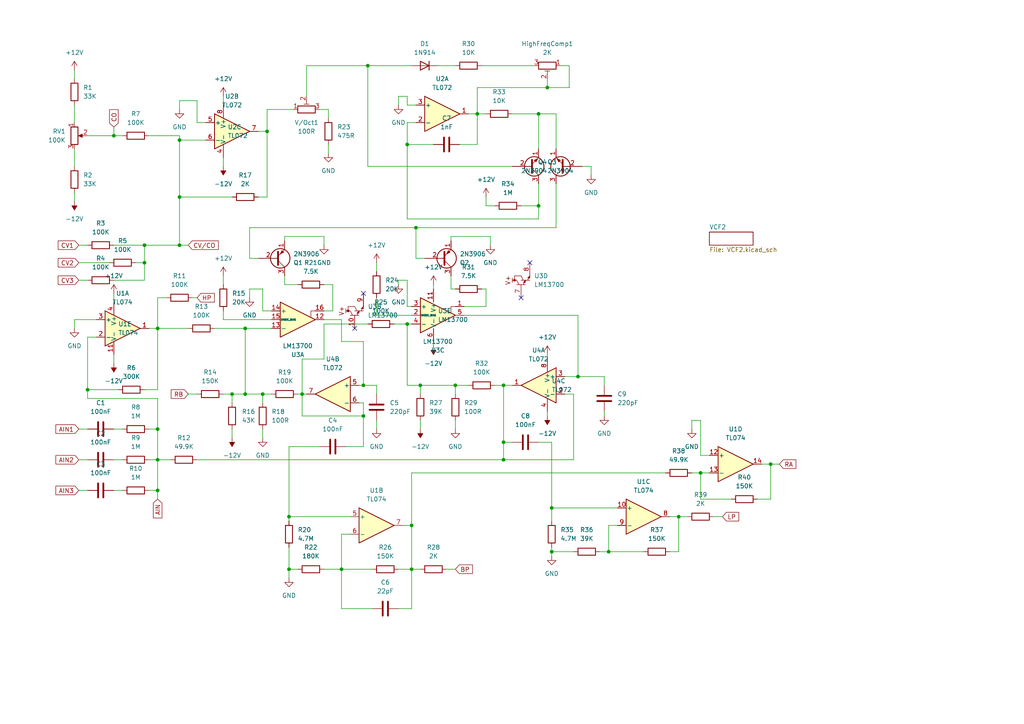
<source format=kicad_sch>
(kicad_sch (version 20230121) (generator eeschema)
  (paper "A4")
  (lib_symbols
    (symbol "Amplifier_Operational:LM13700" (pin_names (offset 0.127))
      (property "Reference" "U" (at 3.81 5.08 0))
      (property "Value" "LM13700" (at 5.08 -5.08 0))
      (symbol "LM13700_1_1"
        (pin output line (at 7.62 0 180) (length 2.54) (name "~") (number "12"))
        (pin input line (at -7.62 2.54 0) (length 2.54) (name "-") (number "13"))
        (pin input line (at -7.62 -2.54 0) (length 2.54) (name "+") (number "14"))
        (pin input line (at -7.62 0 0) (length 2.54) (name "DIODE_BIAS") (number "15"))
        (pin input line (at 7.62 -2.54 180) (length 2.54) (name "~") (number "16"))
      )
      (symbol "LM13700_2_1"
        (text "V+" (at -2.54 3.81 0) (effects (font (size 1.27 1.27))))
        (pin input line (at -7.62 0 0) (length 3.81) (name "~") (number "10"))
        (pin output line (at 2.54 -2.54 180) (length 3.81) (name "~") (number "9"))
      )
      (symbol "LM13700_3_1"
        (pin input line (at 7.62 -2.54 180) (length 2.54) (name "~") (number "1"))
        (pin input line (at -7.62 0 0) (length 2.54) (name "DIODE_BIAS") (number "2"))
        (pin input line (at -7.62 -2.54 0) (length 2.54) (name "+") (number "3"))
        (pin input line (at -7.62 2.54 0) (length 2.54) (name "-") (number "4"))
        (pin output line (at 7.62 0 180) (length 2.54) (name "~") (number "5"))
      )
      (symbol "LM13700_4_0"
        (text "V+" (at -2.54 3.81 0) (effects (font (size 1.27 1.27))))
      )
      (symbol "LM13700_4_1"
        (pin input line (at -7.62 0 0) (length 3.81) (name "~") (number "7"))
        (pin output line (at 2.54 -2.54 180) (length 3.81) (name "~") (number "8"))
      )
      (symbol "LM13700_5_1"
        (pin power_in line (at -2.54 7.62 270) (length 3.81) (name "V+") (number "11"))
        (pin power_in line (at -2.54 -7.62 90) (length 3.81) (name "V-") (number "6"))
      )
    )
    (symbol "Amplifier_Operational:TL072" (pin_names (offset 0.127))
      (property "Reference" "U" (at 0 5.08 0))
      (property "Value" "TL072" (at 0 -5.08 0))
      (symbol "TL072_1_1"
        (pin output line (at 7.62 0 180) (length 2.54) (name "~") (number "1"))
        (pin input line (at -7.62 -2.54 0) (length 2.54) (name "-") (number "2"))
        (pin input line (at -7.62 2.54 0) (length 2.54) (name "+") (number "3"))
      )
      (symbol "TL072_2_1"
        (pin input line (at -7.62 2.54 0) (length 2.54) (name "+") (number "5"))
        (pin input line (at -7.62 -2.54 0) (length 2.54) (name "-") (number "6"))
        (pin output line (at 7.62 0 180) (length 2.54) (name "~") (number "7"))
      )
      (symbol "TL072_3_1"
        (pin power_in line (at -2.54 -7.62 90) (length 3.81) (name "V-") (number "4"))
        (pin power_in line (at -2.54 7.62 270) (length 3.81) (name "V+") (number "8"))
      )
    )
    (symbol "Amplifier_Operational:TL074" (pin_names (offset 0.127))
      (property "Reference" "U" (at 0 5.08 0))
      (property "Value" "TL074" (at 0 -5.08 0))
      (symbol "TL074_1_1"
        (pin output line (at 7.62 0 180) (length 2.54) (name "~") (number "1"))
        (pin input line (at -7.62 -2.54 0) (length 2.54) (name "-") (number "2"))
        (pin input line (at -7.62 2.54 0) (length 2.54) (name "+") (number "3"))
      )
      (symbol "TL074_2_1"
        (pin input line (at -7.62 2.54 0) (length 2.54) (name "+") (number "5"))
        (pin input line (at -7.62 -2.54 0) (length 2.54) (name "-") (number "6"))
        (pin output line (at 7.62 0 180) (length 2.54) (name "~") (number "7"))
      )
      (symbol "TL074_3_1"
        (pin input line (at -7.62 2.54 0) (length 2.54) (name "+") (number "10"))
        (pin output line (at 7.62 0 180) (length 2.54) (name "~") (number "8"))
        (pin input line (at -7.62 -2.54 0) (length 2.54) (name "-") (number "9"))
      )
      (symbol "TL074_4_1"
        (pin input line (at -7.62 2.54 0) (length 2.54) (name "+") (number "12"))
        (pin input line (at -7.62 -2.54 0) (length 2.54) (name "-") (number "13"))
        (pin output line (at 7.62 0 180) (length 2.54) (name "~") (number "14"))
      )
      (symbol "TL074_5_1"
        (pin power_in line (at -2.54 -7.62 90) (length 3.81) (name "V-") (number "11"))
        (pin power_in line (at -2.54 7.62 270) (length 3.81) (name "V+") (number "4"))
      )
    )
    (symbol "Device:C" (pin_numbers hide) (pin_names (offset 0.254))
      (property "Reference" "C" (at 0.635 2.54 0))
      (property "Value" "C" (at 0.635 -2.54 0))
      (symbol "C_1_1"
        (pin passive line (at 0 3.81 270) (length 2.794) (name "~") (number "1"))
        (pin passive line (at 0 -3.81 90) (length 2.794) (name "~") (number "2"))
      )
    )
    (symbol "Device:R" (pin_numbers hide) (pin_names (offset 0))
      (property "Reference" "R" (at 2.032 0 90))
      (property "Value" "R" (at 0 0 90))
      (symbol "R_1_1"
        (pin passive line (at 0 3.81 270) (length 1.27) (name "~") (number "1"))
        (pin passive line (at 0 -3.81 90) (length 1.27) (name "~") (number "2"))
      )
    )
    (symbol "Device:R_Potentiometer" (pin_names (offset 1.016) hide)
      (property "Reference" "RV" (at -4.445 0 90))
      (property "Value" "R_Potentiometer" (at -2.54 0 90))
      (symbol "R_Potentiometer_1_1"
        (pin passive line (at 0 3.81 270) (length 1.27) (name "1") (number "1"))
        (pin passive line (at 3.81 0 180) (length 1.27) (name "2") (number "2"))
        (pin passive line (at 0 -3.81 90) (length 1.27) (name "3") (number "3"))
      )
    )
    (symbol "Device:R_Potentiometer_Trim" (pin_names (offset 1.016) hide)
      (property "Reference" "RV" (at -4.445 0 90))
      (property "Value" "R_Potentiometer_Trim" (at -2.54 0 90))
      (symbol "R_Potentiometer_Trim_1_1"
        (pin passive line (at 0 3.81 270) (length 1.27) (name "1") (number "1"))
        (pin passive line (at 3.81 0 180) (length 1.27) (name "2") (number "2"))
        (pin passive line (at 0 -3.81 90) (length 1.27) (name "3") (number "3"))
      )
    )
    (symbol "Diode:1N914" (pin_numbers hide) (pin_names hide)
      (property "Reference" "D" (at 0 2.54 0))
      (property "Value" "1N914" (at 0 -2.54 0))
      (symbol "1N914_1_1"
        (pin passive line (at -3.81 0 0) (length 2.54) (name "K") (number "1"))
        (pin passive line (at 3.81 0 180) (length 2.54) (name "A") (number "2"))
      )
    )
    (symbol "Transistor_BJT:2N3904" (pin_names (offset 0) hide)
      (property "Reference" "Q" (at 5.08 1.905 0))
      (property "Value" "2N3904" (at 5.08 0 0))
      (symbol "2N3904_1_1"
        (pin passive line (at 2.54 -5.08 90) (length 2.54) (name "E") (number "1"))
        (pin passive line (at -5.08 0 0) (length 5.715) (name "B") (number "2"))
        (pin passive line (at 2.54 5.08 270) (length 2.54) (name "C") (number "3"))
      )
    )
    (symbol "Transistor_BJT:2N3906" (pin_names (offset 0) hide)
      (property "Reference" "Q" (at 5.08 1.905 0))
      (property "Value" "2N3906" (at 5.08 0 0))
      (symbol "2N3906_1_1"
        (pin passive line (at 2.54 -5.08 90) (length 2.54) (name "E") (number "1"))
        (pin input line (at -5.08 0 0) (length 5.715) (name "B") (number "2"))
        (pin passive line (at 2.54 5.08 270) (length 2.54) (name "C") (number "3"))
      )
    )
    (symbol "power:+12V" (power) (pin_names (offset 0))
      (property "Value" "+12V" (at 0 3.556 0))
      (symbol "+12V_1_1"
        (pin power_in line (at 0 0 90) (length 0) hide (name "+12V") (number "1"))
      )
    )
    (symbol "power:-12V" (power) (pin_names (offset 0))
      (property "Value" "-12V" (at 0 3.81 0))
      (symbol "-12V_0_0"
        (pin power_in line (at 0 0 90) (length 0) hide (name "-12V") (number "1"))
      )
    )
    (symbol "power:GND" (power) (pin_names (offset 0))
      (property "Value" "GND" (at 0 -3.81 0))
      (symbol "GND_1_1"
        (pin power_in line (at 0 0 270) (length 0) hide (name "GND") (number "1"))
      )
    )
  )
  (junction (at 158.75 25.4))
  (junction (at 76.2 114.3))
  (junction (at 52.07 71.12))
  (junction (at 41.91 76.2))
  (junction (at 41.91 71.12))
  (junction (at 160.02 160.02))
  (junction (at 45.72 133.35))
  (junction (at 138.43 33.02))
  (junction (at 67.31 114.3))
  (junction (at 77.47 38.1))
  (junction (at 45.72 142.24))
  (junction (at 120.65 66.04))
  (junction (at 106.68 19.05))
  (junction (at 25.4 113.03))
  (junction (at 71.12 95.25))
  (junction (at 33.02 39.37))
  (junction (at 156.21 59.69))
  (junction (at 83.82 165.1))
  (junction (at 105.41 111.76))
  (junction (at 71.12 114.3))
  (junction (at 45.72 124.46))
  (junction (at 146.05 111.76))
  (junction (at 105.41 120.65))
  (junction (at 160.02 147.32))
  (junction (at 203.2 137.16))
  (junction (at 99.06 165.1))
  (junction (at 223.52 134.62))
  (junction (at 118.11 41.91))
  (junction (at 119.38 152.4))
  (junction (at 119.38 165.1))
  (junction (at 167.64 109.22))
  (junction (at 146.05 133.35))
  (junction (at 45.72 95.25))
  (junction (at 132.08 111.76))
  (junction (at 176.53 160.02))
  (junction (at 87.63 114.3))
  (junction (at 156.21 33.02))
  (junction (at 83.82 149.86))
  (junction (at 52.07 57.15))
  (junction (at 121.92 111.76))
  (junction (at 118.11 93.98))
  (junction (at 52.07 40.64))
  (junction (at 146.05 128.27))
  (junction (at 196.85 149.86))
  (no_connect (at 105.41 85.09))
  (no_connect (at 151.13 86.36))
  (no_connect (at 102.87 95.25))
  (no_connect (at 153.67 76.2))
  (wire (pts (xy 118.11 30.48) (xy 118.11 27.94)))
  (wire (pts (xy 45.72 133.35) (xy 49.53 133.35)))
  (wire (pts (xy 134.62 91.44) (xy 167.64 91.44)))
  (wire (pts (xy 33.02 124.46) (xy 35.56 124.46)))
  (wire (pts (xy 118.11 41.91) (xy 125.73 41.91)))
  (wire (pts (xy 118.11 88.9) (xy 118.11 81.28)))
  (wire (pts (xy 203.2 121.92) (xy 200.66 121.92)))
  (wire (pts (xy 179.07 152.4) (xy 176.53 152.4)))
  (wire (pts (xy 48.26 86.36) (xy 45.72 86.36)))
  (wire (pts (xy 132.08 111.76) (xy 132.08 114.3)))
  (wire (pts (xy 93.98 93.98) (xy 93.98 104.14)))
  (wire (pts (xy 64.77 114.3) (xy 67.31 114.3)))
  (wire (pts (xy 83.82 129.54) (xy 83.82 149.86)))
  (wire (pts (xy 118.11 81.28) (xy 115.57 81.28)))
  (wire (pts (xy 118.11 27.94) (xy 115.57 27.94)))
  (wire (pts (xy 151.13 59.69) (xy 156.21 59.69)))
  (wire (pts (xy 132.08 121.92) (xy 132.08 124.46)))
  (wire (pts (xy 101.6 154.94) (xy 99.06 154.94)))
  (wire (pts (xy 76.2 90.17) (xy 76.2 83.82)))
  (wire (pts (xy 96.52 82.55) (xy 96.52 90.17)))
  (wire (pts (xy 22.86 124.46) (xy 25.4 124.46)))
  (wire (pts (xy 207.01 149.86) (xy 209.55 149.86)))
  (wire (pts (xy 166.37 133.35) (xy 166.37 114.3)))
  (wire (pts (xy 88.9 27.94) (xy 88.9 19.05)))
  (wire (pts (xy 93.98 104.14) (xy 87.63 104.14)))
  (wire (pts (xy 109.22 121.92) (xy 109.22 124.46)))
  (wire (pts (xy 160.02 160.02) (xy 166.37 160.02)))
  (wire (pts (xy 72.39 83.82) (xy 72.39 86.36)))
  (wire (pts (xy 25.4 97.79) (xy 25.4 113.03)))
  (wire (pts (xy 160.02 147.32) (xy 160.02 128.27)))
  (wire (pts (xy 92.71 31.75) (xy 95.25 31.75)))
  (wire (pts (xy 105.41 99.06) (xy 105.41 111.76)))
  (wire (pts (xy 33.02 102.87) (xy 33.02 105.41)))
  (wire (pts (xy 105.41 120.65) (xy 87.63 120.65)))
  (wire (pts (xy 67.31 57.15) (xy 52.07 57.15)))
  (wire (pts (xy 146.05 111.76) (xy 148.59 111.76)))
  (wire (pts (xy 160.02 147.32) (xy 179.07 147.32)))
  (wire (pts (xy 114.3 93.98) (xy 118.11 93.98)))
  (wire (pts (xy 143.51 59.69) (xy 140.97 59.69)))
  (wire (pts (xy 130.81 83.82) (xy 132.08 83.82)))
  (wire (pts (xy 109.22 86.36) (xy 109.22 91.44)))
  (wire (pts (xy 119.38 152.4) (xy 116.84 152.4)))
  (wire (pts (xy 67.31 114.3) (xy 71.12 114.3)))
  (wire (pts (xy 82.55 82.55) (xy 86.36 82.55)))
  (wire (pts (xy 87.63 120.65) (xy 87.63 114.3)))
  (wire (pts (xy 71.12 114.3) (xy 76.2 114.3)))
  (wire (pts (xy 140.97 88.9) (xy 134.62 88.9)))
  (wire (pts (xy 160.02 158.75) (xy 160.02 160.02)))
  (wire (pts (xy 175.26 109.22) (xy 175.26 111.76)))
  (wire (pts (xy 33.02 71.12) (xy 41.91 71.12)))
  (wire (pts (xy 160.02 151.13) (xy 160.02 147.32)))
  (wire (pts (xy 52.07 57.15) (xy 52.07 71.12)))
  (wire (pts (xy 99.06 176.53) (xy 107.95 176.53)))
  (wire (pts (xy 45.72 115.57) (xy 25.4 115.57)))
  (wire (pts (xy 125.73 82.55) (xy 125.73 83.82)))
  (wire (pts (xy 93.98 82.55) (xy 96.52 82.55)))
  (wire (pts (xy 121.92 121.92) (xy 121.92 124.46)))
  (wire (pts (xy 161.29 66.04) (xy 120.65 66.04)))
  (wire (pts (xy 64.77 80.01) (xy 64.77 82.55)))
  (wire (pts (xy 33.02 36.83) (xy 33.02 39.37)))
  (wire (pts (xy 158.75 119.38) (xy 158.75 120.65)))
  (wire (pts (xy 119.38 165.1) (xy 119.38 152.4)))
  (wire (pts (xy 41.91 81.28) (xy 33.02 81.28)))
  (wire (pts (xy 25.4 39.37) (xy 33.02 39.37)))
  (wire (pts (xy 99.06 99.06) (xy 105.41 99.06)))
  (wire (pts (xy 120.65 66.04) (xy 120.65 74.93)))
  (wire (pts (xy 57.15 35.56) (xy 59.69 35.56)))
  (wire (pts (xy 52.07 71.12) (xy 41.91 71.12)))
  (wire (pts (xy 71.12 95.25) (xy 78.74 95.25)))
  (wire (pts (xy 67.31 114.3) (xy 67.31 116.84)))
  (wire (pts (xy 105.41 129.54) (xy 105.41 120.65)))
  (wire (pts (xy 163.83 109.22) (xy 167.64 109.22)))
  (wire (pts (xy 76.2 83.82) (xy 72.39 83.82)))
  (wire (pts (xy 87.63 114.3) (xy 88.9 114.3)))
  (wire (pts (xy 115.57 27.94) (xy 115.57 30.48)))
  (wire (pts (xy 85.09 31.75) (xy 77.47 31.75)))
  (wire (pts (xy 127 19.05) (xy 132.08 19.05)))
  (wire (pts (xy 64.77 45.72) (xy 64.77 48.26)))
  (wire (pts (xy 77.47 38.1) (xy 77.47 57.15)))
  (wire (pts (xy 78.74 90.17) (xy 76.2 90.17)))
  (wire (pts (xy 223.52 134.62) (xy 226.06 134.62)))
  (wire (pts (xy 41.91 76.2) (xy 41.91 81.28)))
  (wire (pts (xy 109.22 76.2) (xy 109.22 78.74)))
  (wire (pts (xy 83.82 158.75) (xy 83.82 165.1)))
  (wire (pts (xy 166.37 114.3) (xy 163.83 114.3)))
  (wire (pts (xy 106.68 19.05) (xy 119.38 19.05)))
  (wire (pts (xy 176.53 160.02) (xy 186.69 160.02)))
  (wire (pts (xy 43.18 124.46) (xy 45.72 124.46)))
  (wire (pts (xy 92.71 129.54) (xy 83.82 129.54)))
  (wire (pts (xy 45.72 95.25) (xy 54.61 95.25)))
  (wire (pts (xy 72.39 74.93) (xy 74.93 74.93)))
  (wire (pts (xy 22.86 133.35) (xy 25.4 133.35)))
  (wire (pts (xy 168.91 48.26) (xy 171.45 48.26)))
  (wire (pts (xy 133.35 41.91) (xy 138.43 41.91)))
  (wire (pts (xy 55.88 86.36) (xy 57.15 86.36)))
  (wire (pts (xy 87.63 104.14) (xy 87.63 114.3)))
  (wire (pts (xy 78.74 114.3) (xy 76.2 114.3)))
  (wire (pts (xy 43.18 142.24) (xy 45.72 142.24)))
  (wire (pts (xy 105.41 111.76) (xy 104.14 111.76)))
  (wire (pts (xy 83.82 165.1) (xy 83.82 167.64)))
  (wire (pts (xy 158.75 25.4) (xy 158.75 22.86)))
  (wire (pts (xy 194.31 160.02) (xy 196.85 160.02)))
  (wire (pts (xy 130.81 68.58) (xy 130.81 69.85)))
  (wire (pts (xy 54.61 114.3) (xy 57.15 114.3)))
  (wire (pts (xy 205.74 132.08) (xy 203.2 132.08)))
  (wire (pts (xy 119.38 165.1) (xy 121.92 165.1)))
  (wire (pts (xy 200.66 137.16) (xy 203.2 137.16)))
  (wire (pts (xy 130.81 80.01) (xy 130.81 83.82)))
  (wire (pts (xy 148.59 48.26) (xy 106.68 48.26)))
  (wire (pts (xy 121.92 111.76) (xy 118.11 111.76)))
  (wire (pts (xy 95.25 41.91) (xy 95.25 44.45)))
  (wire (pts (xy 106.68 48.26) (xy 106.68 19.05)))
  (wire (pts (xy 142.24 71.12) (xy 142.24 68.58)))
  (wire (pts (xy 118.11 93.98) (xy 119.38 93.98)))
  (wire (pts (xy 86.36 165.1) (xy 83.82 165.1)))
  (wire (pts (xy 175.26 119.38) (xy 175.26 120.65)))
  (wire (pts (xy 115.57 176.53) (xy 119.38 176.53)))
  (wire (pts (xy 21.59 58.42) (xy 21.59 55.88)))
  (wire (pts (xy 194.31 149.86) (xy 196.85 149.86)))
  (wire (pts (xy 146.05 128.27) (xy 146.05 111.76)))
  (wire (pts (xy 140.97 83.82) (xy 140.97 88.9)))
  (wire (pts (xy 160.02 160.02) (xy 160.02 161.29)))
  (wire (pts (xy 119.38 137.16) (xy 119.38 152.4)))
  (wire (pts (xy 45.72 142.24) (xy 45.72 144.78)))
  (wire (pts (xy 21.59 43.18) (xy 21.59 48.26)))
  (wire (pts (xy 76.2 114.3) (xy 76.2 116.84)))
  (wire (pts (xy 41.91 71.12) (xy 41.91 76.2)))
  (wire (pts (xy 132.08 111.76) (xy 121.92 111.76)))
  (wire (pts (xy 88.9 19.05) (xy 106.68 19.05)))
  (wire (pts (xy 76.2 124.46) (xy 76.2 127)))
  (wire (pts (xy 173.99 160.02) (xy 176.53 160.02)))
  (wire (pts (xy 22.86 142.24) (xy 25.4 142.24)))
  (wire (pts (xy 86.36 114.3) (xy 87.63 114.3)))
  (wire (pts (xy 143.51 111.76) (xy 146.05 111.76)))
  (wire (pts (xy 93.98 71.12) (xy 93.98 68.58)))
  (wire (pts (xy 39.37 76.2) (xy 41.91 76.2)))
  (wire (pts (xy 156.21 63.5) (xy 118.11 63.5)))
  (wire (pts (xy 22.86 76.2) (xy 31.75 76.2)))
  (wire (pts (xy 165.1 19.05) (xy 165.1 25.4)))
  (wire (pts (xy 165.1 25.4) (xy 158.75 25.4)))
  (wire (pts (xy 120.65 30.48) (xy 118.11 30.48)))
  (wire (pts (xy 21.59 20.32) (xy 21.59 22.86)))
  (wire (pts (xy 45.72 95.25) (xy 43.18 95.25)))
  (wire (pts (xy 82.55 68.58) (xy 82.55 69.85)))
  (wire (pts (xy 156.21 33.02) (xy 148.59 33.02)))
  (wire (pts (xy 156.21 53.34) (xy 156.21 59.69)))
  (wire (pts (xy 129.54 165.1) (xy 132.08 165.1)))
  (wire (pts (xy 27.94 92.71) (xy 21.59 92.71)))
  (wire (pts (xy 99.06 165.1) (xy 99.06 176.53)))
  (wire (pts (xy 125.73 99.06) (xy 125.73 100.33)))
  (wire (pts (xy 156.21 59.69) (xy 156.21 63.5)))
  (wire (pts (xy 156.21 33.02) (xy 156.21 43.18)))
  (wire (pts (xy 115.57 81.28) (xy 115.57 82.55)))
  (wire (pts (xy 176.53 152.4) (xy 176.53 160.02)))
  (wire (pts (xy 99.06 165.1) (xy 107.95 165.1)))
  (wire (pts (xy 45.72 113.03) (xy 45.72 95.25)))
  (wire (pts (xy 138.43 41.91) (xy 138.43 33.02)))
  (wire (pts (xy 223.52 144.78) (xy 223.52 134.62)))
  (wire (pts (xy 203.2 137.16) (xy 205.74 137.16)))
  (wire (pts (xy 167.64 91.44) (xy 167.64 109.22)))
  (wire (pts (xy 100.33 129.54) (xy 105.41 129.54)))
  (wire (pts (xy 72.39 66.04) (xy 72.39 74.93)))
  (wire (pts (xy 45.72 142.24) (xy 45.72 133.35)))
  (wire (pts (xy 138.43 25.4) (xy 138.43 33.02)))
  (wire (pts (xy 57.15 29.21) (xy 52.07 29.21)))
  (wire (pts (xy 57.15 35.56) (xy 57.15 29.21)))
  (wire (pts (xy 167.64 109.22) (xy 175.26 109.22)))
  (wire (pts (xy 146.05 133.35) (xy 166.37 133.35)))
  (wire (pts (xy 120.65 35.56) (xy 118.11 35.56)))
  (wire (pts (xy 45.72 133.35) (xy 45.72 124.46)))
  (wire (pts (xy 52.07 29.21) (xy 52.07 31.75)))
  (wire (pts (xy 104.14 116.84) (xy 105.41 116.84)))
  (wire (pts (xy 74.93 38.1) (xy 77.47 38.1)))
  (wire (pts (xy 21.59 30.48) (xy 21.59 35.56)))
  (wire (pts (xy 64.77 27.94) (xy 64.77 30.48)))
  (wire (pts (xy 27.94 97.79) (xy 25.4 97.79)))
  (wire (pts (xy 105.41 111.76) (xy 109.22 111.76)))
  (wire (pts (xy 161.29 53.34) (xy 161.29 66.04)))
  (wire (pts (xy 203.2 132.08) (xy 203.2 121.92)))
  (wire (pts (xy 109.22 114.3) (xy 109.22 111.76)))
  (wire (pts (xy 57.15 133.35) (xy 146.05 133.35)))
  (wire (pts (xy 123.19 74.93) (xy 120.65 74.93)))
  (wire (pts (xy 62.23 95.25) (xy 71.12 95.25)))
  (wire (pts (xy 118.11 111.76) (xy 118.11 93.98)))
  (wire (pts (xy 83.82 149.86) (xy 101.6 149.86)))
  (wire (pts (xy 115.57 165.1) (xy 119.38 165.1)))
  (wire (pts (xy 52.07 40.64) (xy 59.69 40.64)))
  (wire (pts (xy 64.77 92.71) (xy 64.77 90.17)))
  (wire (pts (xy 22.86 71.12) (xy 25.4 71.12)))
  (wire (pts (xy 146.05 128.27) (xy 146.05 133.35)))
  (wire (pts (xy 118.11 35.56) (xy 118.11 41.91)))
  (wire (pts (xy 160.02 128.27) (xy 156.21 128.27)))
  (wire (pts (xy 45.72 86.36) (xy 45.72 95.25)))
  (wire (pts (xy 77.47 57.15) (xy 74.93 57.15)))
  (wire (pts (xy 138.43 33.02) (xy 135.89 33.02)))
  (wire (pts (xy 158.75 102.87) (xy 158.75 104.14)))
  (wire (pts (xy 43.18 39.37) (xy 52.07 39.37)))
  (wire (pts (xy 119.38 88.9) (xy 118.11 88.9)))
  (wire (pts (xy 105.41 116.84) (xy 105.41 120.65)))
  (wire (pts (xy 106.68 93.98) (xy 93.98 93.98)))
  (wire (pts (xy 52.07 40.64) (xy 52.07 57.15)))
  (wire (pts (xy 203.2 144.78) (xy 203.2 137.16)))
  (wire (pts (xy 33.02 142.24) (xy 35.56 142.24)))
  (wire (pts (xy 99.06 154.94) (xy 99.06 165.1)))
  (wire (pts (xy 119.38 176.53) (xy 119.38 165.1)))
  (wire (pts (xy 196.85 149.86) (xy 199.39 149.86)))
  (wire (pts (xy 33.02 39.37) (xy 35.56 39.37)))
  (wire (pts (xy 22.86 81.28) (xy 25.4 81.28)))
  (wire (pts (xy 95.25 31.75) (xy 95.25 34.29)))
  (wire (pts (xy 77.47 31.75) (xy 77.47 38.1)))
  (wire (pts (xy 139.7 83.82) (xy 140.97 83.82)))
  (wire (pts (xy 71.12 95.25) (xy 71.12 114.3)))
  (wire (pts (xy 33.02 85.09) (xy 33.02 87.63)))
  (wire (pts (xy 67.31 124.46) (xy 67.31 127)))
  (wire (pts (xy 41.91 113.03) (xy 45.72 113.03)))
  (wire (pts (xy 25.4 113.03) (xy 34.29 113.03)))
  (wire (pts (xy 220.98 134.62) (xy 223.52 134.62)))
  (wire (pts (xy 82.55 80.01) (xy 82.55 82.55)))
  (wire (pts (xy 52.07 71.12) (xy 54.61 71.12)))
  (wire (pts (xy 120.65 66.04) (xy 72.39 66.04)))
  (wire (pts (xy 138.43 33.02) (xy 140.97 33.02)))
  (wire (pts (xy 158.75 25.4) (xy 138.43 25.4)))
  (wire (pts (xy 52.07 39.37) (xy 52.07 40.64)))
  (wire (pts (xy 135.89 111.76) (xy 132.08 111.76)))
  (wire (pts (xy 78.74 92.71) (xy 64.77 92.71)))
  (wire (pts (xy 171.45 48.26) (xy 171.45 50.8)))
  (wire (pts (xy 161.29 33.02) (xy 156.21 33.02)))
  (wire (pts (xy 140.97 59.69) (xy 140.97 57.15)))
  (wire (pts (xy 33.02 133.35) (xy 35.56 133.35)))
  (wire (pts (xy 219.71 144.78) (xy 223.52 144.78)))
  (wire (pts (xy 212.09 144.78) (xy 203.2 144.78)))
  (wire (pts (xy 196.85 160.02) (xy 196.85 149.86)))
  (wire (pts (xy 121.92 111.76) (xy 121.92 114.3)))
  (wire (pts (xy 43.18 133.35) (xy 45.72 133.35)))
  (wire (pts (xy 96.52 90.17) (xy 93.98 90.17)))
  (wire (pts (xy 162.56 19.05) (xy 165.1 19.05)))
  (wire (pts (xy 25.4 115.57) (xy 25.4 113.03)))
  (wire (pts (xy 139.7 19.05) (xy 154.94 19.05)))
  (wire (pts (xy 21.59 92.71) (xy 21.59 95.25)))
  (wire (pts (xy 148.59 128.27) (xy 146.05 128.27)))
  (wire (pts (xy 142.24 68.58) (xy 130.81 68.58)))
  (wire (pts (xy 118.11 63.5) (xy 118.11 41.91)))
  (wire (pts (xy 200.66 121.92) (xy 200.66 124.46)))
  (wire (pts (xy 93.98 92.71) (xy 99.06 92.71)))
  (wire (pts (xy 193.04 137.16) (xy 119.38 137.16)))
  (wire (pts (xy 93.98 165.1) (xy 99.06 165.1)))
  (wire (pts (xy 93.98 68.58) (xy 82.55 68.58)))
  (wire (pts (xy 99.06 92.71) (xy 99.06 99.06)))
  (wire (pts (xy 83.82 149.86) (xy 83.82 151.13)))
  (wire (pts (xy 161.29 43.18) (xy 161.29 33.02)))
  (wire (pts (xy 109.22 91.44) (xy 119.38 91.44)))
  (wire (pts (xy 45.72 124.46) (xy 45.72 115.57)))
  (global_label "HP" (shape input) (at 57.15 86.36 0) (property "Intersheetrefs" "${INTERSHEET_REFS}" (effects hide)))
  (global_label "AIN" (shape input) (at 45.72 144.78 270) (property "Intersheetrefs" "${INTERSHEET_REFS}" (effects hide)))
  (global_label "BP" (shape input) (at 132.08 165.1 0) (property "Intersheetrefs" "${INTERSHEET_REFS}" (effects hide)))
  (global_label "CV3" (shape input) (at 22.86 81.28 180) (property "Intersheetrefs" "${INTERSHEET_REFS}" (effects hide)))
  (global_label "CV1" (shape input) (at 22.86 71.12 180) (property "Intersheetrefs" "${INTERSHEET_REFS}" (effects hide)))
  (global_label "CO" (shape input) (at 33.02 36.83 90) (property "Intersheetrefs" "${INTERSHEET_REFS}" (effects hide)))
  (global_label "LP" (shape input) (at 209.55 149.86 0) (property "Intersheetrefs" "${INTERSHEET_REFS}" (effects hide)))
  (global_label "CV{slash}CO" (shape input) (at 54.61 71.12 0) (property "Intersheetrefs" "${INTERSHEET_REFS}" (effects hide)))
  (global_label "AIN2" (shape input) (at 22.86 133.35 180) (property "Intersheetrefs" "${INTERSHEET_REFS}" (effects hide)))
  (global_label "AIN1" (shape input) (at 22.86 124.46 180) (property "Intersheetrefs" "${INTERSHEET_REFS}" (effects hide)))
  (global_label "CV2" (shape input) (at 22.86 76.2 180) (property "Intersheetrefs" "${INTERSHEET_REFS}" (effects hide)))
  (global_label "RB" (shape input) (at 54.61 114.3 180) (property "Intersheetrefs" "${INTERSHEET_REFS}" (effects hide)))
  (global_label "RA" (shape input) (at 226.06 134.62 0) (property "Intersheetrefs" "${INTERSHEET_REFS}" (effects hide)))
  (global_label "AIN3" (shape input) (at 22.86 142.24 180) (property "Intersheetrefs" "${INTERSHEET_REFS}" (effects hide)))
  (symbol (lib_id "power:GND") (at 109.22 124.46 0) (unit 1)
    (property "Reference" "#PWR017" (effects hide))
    (property "Value" "GND" (at 109.22 129.54 0))
  )
  (symbol (lib_id "Transistor_BJT:2N3904") (at 163.83 48.26 180) (unit 1)
    (property "Reference" "Q4" (at 158.75 46.99 0) (effects (justify left)))
    (property "Value" "2N3904" (at 158.75 49.53 0) (effects (justify left)))
    (property "Footprint" "Package_TO_SOT_THT:TO-92_HandSolder" (effects hide))
    (property "Datasheet" "https://www.onsemi.com/pub/Collateral/2N3903-D.PDF" (effects hide))
  )
  (symbol (lib_id "Device:R") (at 109.22 82.55 0) (unit 1)
    (property "Reference" "R24" (at 111.76 81.28 0) (effects (justify left)))
    (property "Value" "20K" (at 111.76 83.82 0) (effects (justify left)))
    (property "Footprint" "Library:R_Axial_DIN0207_L6.3mm_D2.5mm_P7.62mm_Horizontal" (effects hide))
  )
  (symbol (lib_id "Device:R") (at 21.59 26.67 0) (unit 1) (on_board no)
    (property "Reference" "R1" (at 24.13 25.4 0) (effects (justify left)))
    (property "Value" "33K" (at 24.13 27.94 0) (effects (justify left)))
    (property "Footprint" "Library:R_Axial_DIN0207_L6.3mm_D2.5mm_P7.62mm_Horizontal" (effects hide))
  )
  (symbol (lib_id "Amplifier_Operational:LM13700") (at 128.27 91.44 0) (unit 5)
    (property "Reference" "U3" (at 127 90.17 0) (effects (justify left)))
    (property "Value" "LM13700" (at 127 92.71 0) (effects (justify left)))
    (property "Footprint" "Package_DIP:DIP-16_W7.62mm_Socket_LongPads" (effects hide))
    (property "Datasheet" "http://www.ti.com/lit/ds/symlink/lm13700.pdf" (effects hide))
  )
  (symbol (lib_id "power:GND") (at 83.82 167.64 0) (unit 1)
    (property "Reference" "#PWR013" (effects hide))
    (property "Value" "GND" (at 83.82 172.72 0))
  )
  (symbol (lib_id "Amplifier_Operational:LM13700") (at 127 91.44 0) (mirror x) (unit 3)
    (property "Reference" "U3" (at 127 101.6 0))
    (property "Value" "LM13700" (at 127 99.06 0))
    (property "Footprint" "Package_DIP:DIP-16_W7.62mm_Socket_LongPads" (effects hide))
    (property "Datasheet" "http://www.ti.com/lit/ds/symlink/lm13700.pdf" (effects hide))
  )
  (symbol (lib_id "Device:C") (at 109.22 118.11 180) (unit 1)
    (property "Reference" "C5" (at 113.03 116.84 0) (effects (justify right)))
    (property "Value" "220pF" (at 113.03 119.38 0) (effects (justify right)))
    (property "Footprint" "Capacitor_THT:C_Disc_D3.0mm_W2.0mm_P2.50mm" (effects hide))
  )
  (symbol (lib_id "Device:R") (at 110.49 93.98 90) (unit 1)
    (property "Reference" "R25" (at 110.49 87.63 90))
    (property "Value" "100K" (at 110.49 90.17 90))
    (property "Footprint" "Library:R_Axial_DIN0207_L6.3mm_D2.5mm_P7.62mm_Horizontal" (effects hide))
  )
  (symbol (lib_id "power:GND") (at 76.2 127 0) (unit 1)
    (property "Reference" "#PWR012" (effects hide))
    (property "Value" "GND" (at 76.2 132.08 0))
  )
  (symbol (lib_id "Amplifier_Operational:TL072") (at 156.21 111.76 0) (mirror y) (unit 1)
    (property "Reference" "U4" (at 156.21 101.6 0))
    (property "Value" "TL072" (at 156.21 104.14 0))
    (property "Footprint" "Package_DIP:DIP-8_W7.62mm_Socket_LongPads" (effects hide))
    (property "Datasheet" "http://www.ti.com/lit/ds/symlink/tl071.pdf" (effects hide))
  )
  (symbol (lib_id "power:GND") (at 72.39 86.36 0) (unit 1)
    (property "Reference" "#PWR011" (effects hide))
    (property "Value" "GND" (at 72.39 91.44 0))
  )
  (symbol (lib_id "Device:R") (at 67.31 120.65 180) (unit 1)
    (property "Reference" "R16" (at 70.1383 119.38 0) (effects (justify right)))
    (property "Value" "43K" (at 70.1383 121.92 0) (effects (justify right)))
    (property "Footprint" "Library:R_Axial_DIN0207_L6.3mm_D2.5mm_P7.62mm_Horizontal" (effects hide))
  )
  (symbol (lib_id "Device:R") (at 71.12 57.15 90) (unit 1)
    (property "Reference" "R17" (at 71.12 50.8 90))
    (property "Value" "2K" (at 71.12 53.34 90))
    (property "Footprint" "Library:R_Axial_DIN0207_L6.3mm_D2.5mm_P7.62mm_Horizontal" (effects hide))
  )
  (symbol (lib_id "Device:R") (at 52.07 86.36 90) (unit 1)
    (property "Reference" "R11" (at 52.07 80.01 90))
    (property "Value" "100K" (at 52.07 82.55 90))
    (property "Footprint" "Library:R_Axial_DIN0207_L6.3mm_D2.5mm_P7.62mm_Horizontal" (effects hide))
  )
  (symbol (lib_id "Amplifier_Operational:TL074") (at 186.69 149.86 0) (unit 3)
    (property "Reference" "U1" (at 186.69 139.7 0))
    (property "Value" "TL074" (at 186.69 142.24 0))
    (property "Footprint" "Package_DIP:DIP-14_W7.62mm_Socket_LongPads" (effects hide))
    (property "Datasheet" "http://www.ti.com/lit/ds/symlink/tl071.pdf" (effects hide))
  )
  (symbol (lib_id "Diode:1N914") (at 123.19 19.05 180) (unit 1)
    (property "Reference" "D1" (at 123.19 12.7 0))
    (property "Value" "1N914" (at 123.19 15.24 0))
    (property "Footprint" "Diode_THT:D_DO-35_SOD27_P7.62mm_Horizontal" (effects hide))
    (property "Datasheet" "http://www.vishay.com/docs/85622/1n914.pdf" (effects hide))
    (property "Sim.Device" "D" (effects hide))
    (property "Sim.Pins" "1=K 2=A" (effects hide))
  )
  (symbol (lib_id "Device:R") (at 29.21 71.12 90) (unit 1) (on_board no)
    (property "Reference" "R3" (at 29.21 64.77 90))
    (property "Value" "100K" (at 29.21 67.31 90))
    (property "Footprint" "Library:R_Axial_DIN0207_L6.3mm_D2.5mm_P7.62mm_Horizontal" (effects hide))
  )
  (symbol (lib_id "Device:R") (at 64.77 86.36 0) (unit 1)
    (property "Reference" "R15" (at 67.31 85.09 0) (effects (justify left)))
    (property "Value" "20K" (at 67.31 87.63 0) (effects (justify left)))
    (property "Footprint" "Library:R_Axial_DIN0207_L6.3mm_D2.5mm_P7.62mm_Horizontal" (effects hide))
  )
  (symbol (lib_id "Amplifier_Operational:TL072") (at 67.31 38.1 0) (unit 3)
    (property "Reference" "U2" (at 66.04 36.83 0) (effects (justify left)))
    (property "Value" "TL072" (at 66.04 39.37 0) (effects (justify left)))
    (property "Footprint" "Package_DIP:DIP-8_W7.62mm_Socket_LongPads" (effects hide))
    (property "Datasheet" "http://www.ti.com/lit/ds/symlink/tl071.pdf" (effects hide))
  )
  (symbol (lib_id "Device:C") (at 111.76 176.53 270) (unit 1)
    (property "Reference" "C6" (at 111.76 168.91 90))
    (property "Value" "22pF" (at 111.76 171.45 90))
    (property "Footprint" "Capacitor_THT:C_Disc_D3.0mm_W2.0mm_P2.50mm" (effects hide))
  )
  (symbol (lib_id "power:GND") (at 171.45 50.8 0) (unit 1)
    (property "Reference" "#PWR029" (effects hide))
    (property "Value" "GND" (at 171.45 55.88 0))
  )
  (symbol (lib_id "Amplifier_Operational:LM13700") (at 151.13 78.74 90) (unit 4)
    (property "Reference" "U3" (at 154.94 80.01 90) (effects (justify right)))
    (property "Value" "LM13700" (at 154.94 82.55 90) (effects (justify right)))
    (property "Footprint" "Package_DIP:DIP-16_W7.62mm_Socket_LongPads" (effects hide))
    (property "Datasheet" "http://www.ti.com/lit/ds/symlink/lm13700.pdf" (effects hide))
  )
  (symbol (lib_id "Device:R") (at 60.96 114.3 90) (unit 1)
    (property "Reference" "R14" (at 60.96 107.95 90))
    (property "Value" "150K" (at 60.96 110.49 90))
    (property "Footprint" "Library:R_Axial_DIN0207_L6.3mm_D2.5mm_P7.62mm_Horizontal" (effects hide))
  )
  (symbol (lib_id "Device:R") (at 121.92 118.11 180) (unit 1)
    (property "Reference" "R27" (at 124.46 116.84 0) (effects (justify right)))
    (property "Value" "39K" (at 124.46 119.38 0) (effects (justify right)))
    (property "Footprint" "Library:R_Axial_DIN0207_L6.3mm_D2.5mm_P7.62mm_Horizontal" (effects hide))
  )
  (symbol (lib_id "power:-12V") (at 125.73 100.33 180) (unit 1)
    (property "Reference" "#PWR022" (effects hide))
    (property "Value" "-12V" (at 125.73 105.41 0))
  )
  (symbol (lib_id "Device:R_Potentiometer_Trim") (at 88.9 31.75 90) (unit 1)
    (property "Reference" "V/Oct1" (at 88.9 35.56 90))
    (property "Value" "100R" (at 88.9 38.1 90))
    (property "Footprint" "Potentiometer_THT:Potentiometer_Bourns_3296W_Vertical" (effects hide))
  )
  (symbol (lib_id "power:GND") (at 93.98 71.12 0) (unit 1)
    (property "Reference" "#PWR014" (effects hide))
    (property "Value" "GND" (at 93.98 76.2 0))
  )
  (symbol (lib_id "power:GND") (at 200.66 124.46 0) (unit 1)
    (property "Reference" "#PWR031" (effects hide))
    (property "Value" "GND" (at 200.66 129.54 0))
  )
  (symbol (lib_id "Device:R") (at 139.7 111.76 90) (unit 1)
    (property "Reference" "R32" (at 139.7 105.41 90))
    (property "Value" "100K" (at 139.7 107.95 90))
    (property "Footprint" "Library:R_Axial_DIN0207_L6.3mm_D2.5mm_P7.62mm_Horizontal" (effects hide))
  )
  (symbol (lib_id "power:+12V") (at 64.77 27.94 0) (unit 1)
    (property "Reference" "#PWR07" (effects hide))
    (property "Value" "+12V" (at 64.77 22.86 0))
  )
  (symbol (lib_id "Device:R") (at 90.17 82.55 90) (unit 1)
    (property "Reference" "R21" (at 90.17 76.2 90))
    (property "Value" "7.5K" (at 90.17 78.74 90))
    (property "Footprint" "Library:R_Axial_DIN0207_L6.3mm_D2.5mm_P7.62mm_Horizontal" (effects hide))
  )
  (symbol (lib_id "Device:R") (at 190.5 160.02 90) (unit 1)
    (property "Reference" "R37" (at 190.5 153.67 90))
    (property "Value" "150K" (at 190.5 156.21 90))
    (property "Footprint" "Library:R_Axial_DIN0207_L6.3mm_D2.5mm_P7.62mm_Horizontal" (effects hide))
  )
  (symbol (lib_id "Device:R") (at 39.37 39.37 90) (unit 1) (on_board no)
    (property "Reference" "R7" (at 39.37 33.02 90))
    (property "Value" "100K" (at 39.37 35.56 90))
    (property "Footprint" "Library:R_Axial_DIN0207_L6.3mm_D2.5mm_P7.62mm_Horizontal" (effects hide))
  )
  (symbol (lib_id "Amplifier_Operational:LM13700") (at 86.36 92.71 0) (mirror x) (unit 1)
    (property "Reference" "U3" (at 86.36 102.87 0))
    (property "Value" "LM13700" (at 86.36 100.33 0))
    (property "Footprint" "Package_DIP:DIP-16_W7.62mm_Socket_LongPads" (effects hide))
    (property "Datasheet" "http://www.ti.com/lit/ds/symlink/lm13700.pdf" (effects hide))
  )
  (symbol (lib_id "Device:R") (at 53.34 133.35 90) (unit 1)
    (property "Reference" "R12" (at 53.34 127 90))
    (property "Value" "49.9K" (at 53.34 129.54 90))
    (property "Footprint" "Library:R_Axial_DIN0207_L6.3mm_D2.5mm_P7.62mm_Horizontal" (effects hide))
  )
  (symbol (lib_id "Device:R") (at 35.56 76.2 90) (unit 1) (on_board no)
    (property "Reference" "R5" (at 35.56 69.85 90))
    (property "Value" "100K" (at 35.56 72.39 90))
    (property "Footprint" "Library:R_Axial_DIN0207_L6.3mm_D2.5mm_P7.62mm_Horizontal" (effects hide))
  )
  (symbol (lib_id "Device:R") (at 76.2 120.65 180) (unit 1)
    (property "Reference" "R18" (at 78.74 119.38 0) (effects (justify right)))
    (property "Value" "100R" (at 78.74 121.92 0) (effects (justify right)))
    (property "Footprint" "Library:R_Axial_DIN0207_L6.3mm_D2.5mm_P7.62mm_Horizontal" (effects hide))
  )
  (symbol (lib_id "Transistor_BJT:2N3904") (at 153.67 48.26 0) (mirror x) (unit 1)
    (property "Reference" "Q3" (at 158.75 46.99 0) (effects (justify left)))
    (property "Value" "2N3904" (at 158.75 49.53 0) (effects (justify left)))
    (property "Footprint" "Package_TO_SOT_THT:TO-92_HandSolder" (effects hide))
    (property "Datasheet" "https://www.onsemi.com/pub/Collateral/2N3903-D.PDF" (effects hide))
  )
  (symbol (lib_id "Device:R") (at 215.9 144.78 90) (unit 1)
    (property "Reference" "R40" (at 215.9 138.43 90))
    (property "Value" "150K" (at 215.9 140.97 90))
    (property "Footprint" "Library:R_Axial_DIN0207_L6.3mm_D2.5mm_P7.62mm_Horizontal" (effects hide))
  )
  (symbol (lib_id "Amplifier_Operational:TL072") (at 161.29 111.76 0) (unit 3)
    (property "Reference" "U4" (at 160.02 110.49 0) (effects (justify left)))
    (property "Value" "TL072" (at 160.02 113.03 0) (effects (justify left)))
    (property "Footprint" "Package_DIP:DIP-8_W7.62mm_Socket_LongPads" (effects hide))
    (property "Datasheet" "http://www.ti.com/lit/ds/symlink/tl071.pdf" (effects hide))
  )
  (symbol (lib_id "Device:R") (at 58.42 95.25 90) (unit 1)
    (property "Reference" "R13" (at 58.42 88.9 90))
    (property "Value" "100K" (at 58.42 91.44 90))
    (property "Footprint" "Library:R_Axial_DIN0207_L6.3mm_D2.5mm_P7.62mm_Horizontal" (effects hide))
  )
  (symbol (lib_id "power:-12V") (at 158.75 120.65 180) (unit 1)
    (property "Reference" "#PWR027" (effects hide))
    (property "Value" "-12V" (at 158.75 125.73 0))
  )
  (symbol (lib_id "power:GND") (at 21.59 95.25 0) (unit 1)
    (property "Reference" "#PWR03" (effects hide))
    (property "Value" "GND" (at 21.59 100.33 0))
  )
  (symbol (lib_id "Amplifier_Operational:TL074") (at 35.56 95.25 0) (unit 1)
    (property "Reference" "U1" (at 35.56 85.09 0))
    (property "Value" "TL074" (at 35.56 87.63 0))
    (property "Footprint" "Package_DIP:DIP-14_W7.62mm_Socket_LongPads" (effects hide))
    (property "Datasheet" "http://www.ti.com/lit/ds/symlink/tl071.pdf" (effects hide))
  )
  (symbol (lib_id "power:+12V") (at 158.75 102.87 0) (unit 1)
    (property "Reference" "#PWR026" (effects hide))
    (property "Value" "+12V" (at 158.75 97.79 0))
  )
  (symbol (lib_id "Device:R") (at 39.37 124.46 90) (unit 1) (on_board no)
    (property "Reference" "R8" (at 39.37 118.11 90))
    (property "Value" "1M" (at 39.37 120.65 90))
    (property "Footprint" "Library:R_Axial_DIN0207_L6.3mm_D2.5mm_P7.62mm_Horizontal" (effects hide))
  )
  (symbol (lib_id "power:+12V") (at 64.77 80.01 0) (unit 1)
    (property "Reference" "#PWR09" (effects hide))
    (property "Value" "+12V" (at 64.77 74.93 0))
  )
  (symbol (lib_id "Device:C") (at 175.26 115.57 180) (unit 1)
    (property "Reference" "C9" (at 179.07 114.3 0) (effects (justify right)))
    (property "Value" "220pF" (at 179.07 116.84 0) (effects (justify right)))
    (property "Footprint" "Capacitor_THT:C_Disc_D3.0mm_W2.0mm_P2.50mm" (effects hide))
  )
  (symbol (lib_id "Device:R") (at 21.59 52.07 0) (unit 1) (on_board no)
    (property "Reference" "R2" (at 24.13 50.8 0) (effects (justify left)))
    (property "Value" "33K" (at 24.13 53.34 0) (effects (justify left)))
    (property "Footprint" "Library:R_Axial_DIN0207_L6.3mm_D2.5mm_P7.62mm_Horizontal" (effects hide))
  )
  (symbol (lib_id "power:-12V") (at 64.77 48.26 180) (unit 1)
    (property "Reference" "#PWR08" (effects hide))
    (property "Value" "-12V" (at 64.77 53.34 0))
  )
  (symbol (lib_id "Device:R") (at 38.1 113.03 90) (unit 1)
    (property "Reference" "R6" (at 38.1 106.68 90))
    (property "Value" "300K" (at 38.1 109.22 90))
    (property "Footprint" "Library:R_Axial_DIN0207_L6.3mm_D2.5mm_P7.62mm_Horizontal" (effects hide))
  )
  (symbol (lib_id "Amplifier_Operational:TL072") (at 96.52 114.3 0) (mirror y) (unit 2)
    (property "Reference" "U4" (at 96.52 104.14 0))
    (property "Value" "TL072" (at 96.52 106.68 0))
    (property "Footprint" "Package_DIP:DIP-8_W7.62mm_Socket_LongPads" (effects hide))
    (property "Datasheet" "http://www.ti.com/lit/ds/symlink/tl071.pdf" (effects hide))
  )
  (symbol (lib_id "Amplifier_Operational:TL074") (at 213.36 134.62 0) (unit 4)
    (property "Reference" "U1" (at 213.36 124.46 0))
    (property "Value" "TL074" (at 213.36 127 0))
    (property "Footprint" "Package_DIP:DIP-14_W7.62mm_Socket_LongPads" (effects hide))
    (property "Datasheet" "http://www.ti.com/lit/ds/symlink/tl071.pdf" (effects hide))
  )
  (symbol (lib_id "Device:R") (at 132.08 118.11 180) (unit 1)
    (property "Reference" "R29" (at 134.62 116.84 0) (effects (justify right)))
    (property "Value" "100R" (at 134.62 119.38 0) (effects (justify right)))
    (property "Footprint" "Library:R_Axial_DIN0207_L6.3mm_D2.5mm_P7.62mm_Horizontal" (effects hide))
  )
  (symbol (lib_id "Device:R") (at 95.25 38.1 0) (unit 1)
    (property "Reference" "R23" (at 97.79 36.83 0) (effects (justify left)))
    (property "Value" "475R" (at 97.79 39.37 0) (effects (justify left)))
    (property "Footprint" "Library:R_Axial_DIN0207_L6.3mm_D2.5mm_P7.62mm_Horizontal" (effects hide))
  )
  (symbol (lib_id "Device:C") (at 152.4 128.27 270) (unit 1)
    (property "Reference" "C8" (at 152.4 120.65 90))
    (property "Value" "100nF" (at 152.4 123.19 90))
    (property "Footprint" "Capacitor_THT:C_Disc_D3.0mm_W2.0mm_P2.50mm" (effects hide))
  )
  (symbol (lib_id "Device:C") (at 29.21 133.35 90) (unit 1) (on_board no)
    (property "Reference" "C2" (at 29.21 125.73 90))
    (property "Value" "100nF" (at 29.21 128.27 90))
    (property "Footprint" "Capacitor_THT:C_Disc_D3.0mm_W2.0mm_P2.50mm" (effects hide))
  )
  (symbol (lib_id "Amplifier_Operational:TL072") (at 128.27 33.02 0) (unit 1)
    (property "Reference" "U2" (at 128.27 22.86 0))
    (property "Value" "TL072" (at 128.27 25.4 0))
    (property "Footprint" "Package_DIP:DIP-8_W7.62mm_Socket_LongPads" (effects hide))
    (property "Datasheet" "http://www.ti.com/lit/ds/symlink/tl071.pdf" (effects hide))
  )
  (symbol (lib_id "power:+12V") (at 33.02 85.09 0) (unit 1)
    (property "Reference" "#PWR04" (effects hide))
    (property "Value" "+12V" (at 33.02 80.01 0))
  )
  (symbol (lib_id "Device:R") (at 147.32 59.69 90) (unit 1)
    (property "Reference" "R34" (at 147.32 53.34 90))
    (property "Value" "1M" (at 147.32 55.88 90))
    (property "Footprint" "Library:R_Axial_DIN0207_L6.3mm_D2.5mm_P7.62mm_Horizontal" (effects hide))
  )
  (symbol (lib_id "Device:R") (at 111.76 165.1 90) (unit 1)
    (property "Reference" "R26" (at 111.76 158.75 90))
    (property "Value" "150K" (at 111.76 161.29 90))
    (property "Footprint" "Library:R_Axial_DIN0207_L6.3mm_D2.5mm_P7.62mm_Horizontal" (effects hide))
  )
  (symbol (lib_id "power:+12V") (at 125.73 82.55 0) (unit 1)
    (property "Reference" "#PWR021" (effects hide))
    (property "Value" "+12V" (at 125.73 77.47 0))
  )
  (symbol (lib_id "Device:R") (at 203.2 149.86 90) (unit 1)
    (property "Reference" "R39" (at 203.2 143.51 90))
    (property "Value" "2K" (at 203.2 146.05 90))
    (property "Footprint" "Library:R_Axial_DIN0207_L6.3mm_D2.5mm_P7.62mm_Horizontal" (effects hide))
  )
  (symbol (lib_id "power:GND") (at 52.07 31.75 0) (unit 1)
    (property "Reference" "#PWR06" (effects hide))
    (property "Value" "GND" (at 52.07 36.83 0))
  )
  (symbol (lib_id "Device:C") (at 96.52 129.54 270) (unit 1)
    (property "Reference" "C4" (at 96.52 121.92 90))
    (property "Value" "100nF" (at 96.52 124.46 90))
    (property "Footprint" "Capacitor_THT:C_Disc_D3.0mm_W2.0mm_P2.50mm" (effects hide))
  )
  (symbol (lib_id "Transistor_BJT:2N3906") (at 80.01 74.93 0) (mirror x) (unit 1)
    (property "Reference" "Q1" (at 85.09 76.2 0) (effects (justify left)))
    (property "Value" "2N3906" (at 85.09 73.66 0) (effects (justify left)))
    (property "Footprint" "Package_TO_SOT_THT:TO-92_HandSolder" (effects hide))
    (property "Datasheet" "https://www.onsemi.com/pub/Collateral/2N3906-D.PDF" (effects hide))
  )
  (symbol (lib_id "Device:R") (at 125.73 165.1 90) (unit 1)
    (property "Reference" "R28" (at 125.73 158.75 90))
    (property "Value" "2K" (at 125.73 161.29 90))
    (property "Footprint" "Library:R_Axial_DIN0207_L6.3mm_D2.5mm_P7.62mm_Horizontal" (effects hide))
  )
  (symbol (lib_id "Device:R") (at 144.78 33.02 90) (unit 1)
    (property "Reference" "R33" (at 144.78 26.67 90))
    (property "Value" "10K" (at 144.78 29.21 90))
    (property "Footprint" "Library:R_Axial_DIN0207_L6.3mm_D2.5mm_P7.62mm_Horizontal" (effects hide))
  )
  (symbol (lib_id "power:+12V") (at 109.22 76.2 0) (unit 1)
    (property "Reference" "#PWR016" (effects hide))
    (property "Value" "+12V" (at 109.22 71.12 0))
  )
  (symbol (lib_id "power:+12V") (at 140.97 57.15 0) (unit 1)
    (property "Reference" "#PWR024" (effects hide))
    (property "Value" "+12V" (at 140.97 52.07 0))
  )
  (symbol (lib_id "Amplifier_Operational:TL074") (at 35.56 95.25 0) (unit 5)
    (property "Reference" "U1" (at 34.29 93.98 0) (effects (justify left)))
    (property "Value" "TL074" (at 34.29 96.52 0) (effects (justify left)))
    (property "Footprint" "Package_DIP:DIP-14_W7.62mm_Socket_LongPads" (effects hide))
    (property "Datasheet" "http://www.ti.com/lit/ds/symlink/tl071.pdf" (effects hide))
  )
  (symbol (lib_id "power:GND") (at 132.08 124.46 0) (unit 1)
    (property "Reference" "#PWR023" (effects hide))
    (property "Value" "GND" (at 132.08 129.54 0))
  )
  (symbol (lib_id "Device:R") (at 83.82 154.94 180) (unit 1)
    (property "Reference" "R20" (at 86.36 153.67 0) (effects (justify right)))
    (property "Value" "4.7M" (at 86.36 156.21 0) (effects (justify right)))
    (property "Footprint" "Library:R_Axial_DIN0207_L6.3mm_D2.5mm_P7.62mm_Horizontal" (effects hide))
  )
  (symbol (lib_id "Amplifier_Operational:TL074") (at 109.22 152.4 0) (unit 2)
    (property "Reference" "U1" (at 109.22 142.24 0))
    (property "Value" "TL074" (at 109.22 144.78 0))
    (property "Footprint" "Package_DIP:DIP-14_W7.62mm_Socket_LongPads" (effects hide))
    (property "Datasheet" "http://www.ti.com/lit/ds/symlink/tl071.pdf" (effects hide))
  )
  (symbol (lib_id "Device:R") (at 39.37 142.24 90) (unit 1) (on_board no)
    (property "Reference" "R10" (at 39.37 135.89 90))
    (property "Value" "1M" (at 39.37 138.43 90))
    (property "Footprint" "Library:R_Axial_DIN0207_L6.3mm_D2.5mm_P7.62mm_Horizontal" (effects hide))
  )
  (symbol (lib_id "power:GND") (at 95.25 44.45 0) (unit 1)
    (property "Reference" "#PWR015" (effects hide))
    (property "Value" "GND" (at 95.25 49.53 0))
  )
  (symbol (lib_id "Device:R_Potentiometer_Trim") (at 158.75 19.05 270) (unit 1)
    (property "Reference" "HighFreqComp1" (at 158.75 12.7 90))
    (property "Value" "2K" (at 158.75 15.24 90))
    (property "Footprint" "Potentiometer_THT:Potentiometer_Bourns_3296W_Vertical" (effects hide))
  )
  (symbol (lib_id "Device:R") (at 170.18 160.02 90) (unit 1)
    (property "Reference" "R36" (at 170.18 153.67 90))
    (property "Value" "39K" (at 170.18 156.21 90))
    (property "Footprint" "Library:R_Axial_DIN0207_L6.3mm_D2.5mm_P7.62mm_Horizontal" (effects hide))
  )
  (symbol (lib_id "Amplifier_Operational:TL072") (at 67.31 38.1 0) (unit 2)
    (property "Reference" "U2" (at 67.31 27.94 0))
    (property "Value" "TL072" (at 67.31 30.48 0))
    (property "Footprint" "Package_DIP:DIP-8_W7.62mm_Socket_LongPads" (effects hide))
    (property "Datasheet" "http://www.ti.com/lit/ds/symlink/tl071.pdf" (effects hide))
  )
  (symbol (lib_id "Device:C") (at 29.21 124.46 90) (unit 1) (on_board no)
    (property "Reference" "C1" (at 29.21 116.84 90))
    (property "Value" "100nF" (at 29.21 119.38 90))
    (property "Footprint" "Capacitor_THT:C_Disc_D3.0mm_W2.0mm_P2.50mm" (effects hide))
  )
  (symbol (lib_id "Amplifier_Operational:LM13700") (at 102.87 87.63 90) (unit 2)
    (property "Reference" "U3" (at 106.68 88.9 90) (effects (justify right)))
    (property "Value" "LM13700" (at 106.68 91.44 90) (effects (justify right)))
    (property "Footprint" "Package_DIP:DIP-16_W7.62mm_Socket_LongPads" (effects hide))
    (property "Datasheet" "http://www.ti.com/lit/ds/symlink/lm13700.pdf" (effects hide))
  )
  (symbol (lib_id "Device:R") (at 135.89 19.05 90) (unit 1)
    (property "Reference" "R30" (at 135.89 12.7 90))
    (property "Value" "10K" (at 135.89 15.24 90))
    (property "Footprint" "Library:R_Axial_DIN0207_L6.3mm_D2.5mm_P7.62mm_Horizontal" (effects hide))
  )
  (symbol (lib_id "power:GND") (at 160.02 161.29 0) (unit 1)
    (property "Reference" "#PWR028" (effects hide))
    (property "Value" "GND" (at 160.02 166.37 0))
  )
  (symbol (lib_id "power:+12V") (at 21.59 20.32 0) (unit 1)
    (property "Reference" "#PWR01" (effects hide))
    (property "Value" "+12V" (at 21.59 15.24 0))
  )
  (symbol (lib_id "Device:C") (at 129.54 41.91 90) (unit 1)
    (property "Reference" "C7" (at 129.54 34.29 90))
    (property "Value" "1nF" (at 129.54 36.83 90))
    (property "Footprint" "Capacitor_THT:C_Disc_D3.0mm_W2.0mm_P2.50mm" (effects hide))
  )
  (symbol (lib_id "power:-12V") (at 33.02 105.41 180) (unit 1)
    (property "Reference" "#PWR05" (effects hide))
    (property "Value" "-12V" (at 33.02 110.49 0))
  )
  (symbol (lib_id "power:-12V") (at 121.92 124.46 180) (unit 1)
    (property "Reference" "#PWR020" (effects hide))
    (property "Value" "-12V" (at 121.92 129.54 0))
  )
  (symbol (lib_id "Device:R") (at 196.85 137.16 90) (unit 1)
    (property "Reference" "R38" (at 196.85 130.81 90))
    (property "Value" "49.9K" (at 196.85 133.35 90))
    (property "Footprint" "Library:R_Axial_DIN0207_L6.3mm_D2.5mm_P7.62mm_Horizontal" (effects hide))
  )
  (symbol (lib_id "power:-12V") (at 21.59 58.42 180) (unit 1)
    (property "Reference" "#PWR02" (effects hide))
    (property "Value" "-12V" (at 21.59 63.5 0))
  )
  (symbol (lib_id "Transistor_BJT:2N3906") (at 128.27 74.93 0) (mirror x) (unit 1)
    (property "Reference" "Q2" (at 133.35 76.2 0) (effects (justify left)))
    (property "Value" "2N3906" (at 133.35 73.66 0) (effects (justify left)))
    (property "Footprint" "Package_TO_SOT_THT:TO-92_HandSolder" (effects hide))
    (property "Datasheet" "https://www.onsemi.com/pub/Collateral/2N3906-D.PDF" (effects hide))
  )
  (symbol (lib_id "Device:R") (at 39.37 133.35 90) (unit 1) (on_board no)
    (property "Reference" "R9" (at 39.37 127 90))
    (property "Value" "1M" (at 39.37 129.54 90))
    (property "Footprint" "Library:R_Axial_DIN0207_L6.3mm_D2.5mm_P7.62mm_Horizontal" (effects hide))
  )
  (symbol (lib_id "Device:R") (at 135.89 83.82 90) (unit 1)
    (property "Reference" "R31" (at 135.89 77.47 90))
    (property "Value" "7.5K" (at 135.89 80.01 90))
    (property "Footprint" "Library:R_Axial_DIN0207_L6.3mm_D2.5mm_P7.62mm_Horizontal" (effects hide))
  )
  (symbol (lib_id "Device:R") (at 29.21 81.28 90) (unit 1) (on_board no)
    (property "Reference" "R4" (at 29.21 74.93 90))
    (property "Value" "100K" (at 29.21 77.47 90))
    (property "Footprint" "Library:R_Axial_DIN0207_L6.3mm_D2.5mm_P7.62mm_Horizontal" (effects hide))
  )
  (symbol (lib_id "power:GND") (at 115.57 82.55 0) (unit 1)
    (property "Reference" "#PWR019" (effects hide))
    (property "Value" "GND" (at 115.57 87.63 0))
  )
  (symbol (lib_id "Device:R_Potentiometer") (at 21.59 39.37 0) (unit 1) (on_board no)
    (property "Reference" "RV1" (at 19.05 38.1 0) (effects (justify right)))
    (property "Value" "100K" (at 19.05 40.64 0) (effects (justify right)))
  )
  (symbol (lib_id "power:-12V") (at 67.31 127 180) (unit 1)
    (property "Reference" "#PWR010" (effects hide))
    (property "Value" "-12V" (at 67.31 132.08 0))
  )
  (symbol (lib_id "Device:R") (at 160.02 154.94 180) (unit 1)
    (property "Reference" "R35" (at 162.56 153.67 0) (effects (justify right)))
    (property "Value" "4.7M" (at 162.56 156.21 0) (effects (justify right)))
    (property "Footprint" "Library:R_Axial_DIN0207_L6.3mm_D2.5mm_P7.62mm_Horizontal" (effects hide))
  )
  (symbol (lib_id "Device:R") (at 82.55 114.3 90) (unit 1)
    (property "Reference" "R19" (at 82.55 107.95 90))
    (property "Value" "100K" (at 82.55 110.49 90))
    (property "Footprint" "Library:R_Axial_DIN0207_L6.3mm_D2.5mm_P7.62mm_Horizontal" (effects hide))
  )
  (symbol (lib_id "Device:C") (at 29.21 142.24 90) (unit 1) (on_board no)
    (property "Reference" "C3" (at 29.21 134.62 90))
    (property "Value" "100nF" (at 29.21 137.16 90))
    (property "Footprint" "Capacitor_THT:C_Disc_D3.0mm_W2.0mm_P2.50mm" (effects hide))
  )
  (symbol (lib_id "power:GND") (at 175.26 120.65 0) (unit 1)
    (property "Reference" "#PWR030" (effects hide))
    (property "Value" "GND" (at 175.26 125.73 0))
  )
  (symbol (lib_id "power:GND") (at 115.57 30.48 0) (unit 1)
    (property "Reference" "#PWR018" (effects hide))
    (property "Value" "GND" (at 115.57 35.56 0))
  )
  (symbol (lib_id "power:GND") (at 142.24 71.12 0) (unit 1)
    (property "Reference" "#PWR025" (effects hide))
    (property "Value" "GND" (at 142.24 76.2 0))
  )
  (symbol (lib_id "Device:R") (at 90.17 165.1 90) (unit 1)
    (property "Reference" "R22" (at 90.17 158.75 90))
    (property "Value" "180K" (at 90.17 161.29 90))
    (property "Footprint" "Library:R_Axial_DIN0207_L6.3mm_D2.5mm_P7.62mm_Horizontal" (effects hide))
  )
  (sheet (at 205.74 67.31) (size 12.7 3.81) (stroke (width 0.1524))
    (property "Sheetname" "VCF2" (at 205.74 66.5984 0) (effects (justify left bottom)))
    (property "Sheetfile" "VCF2.kicad_sch" (at 205.74 71.7046 0) (effects (justify left top)))
  )
)
</source>
